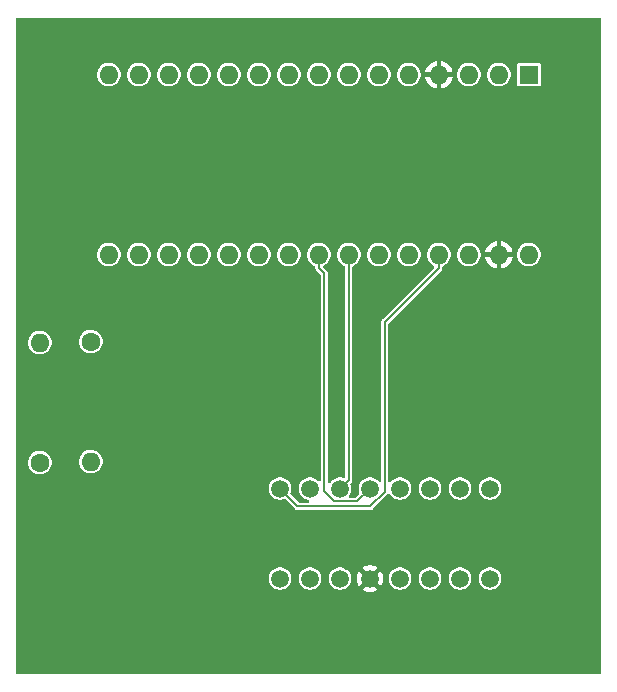
<source format=gbr>
%TF.GenerationSoftware,KiCad,Pcbnew,9.0.0*%
%TF.CreationDate,2025-07-08T22:51:07+02:00*%
%TF.ProjectId,RTC Tester,52544320-5465-4737-9465-722e6b696361,rev?*%
%TF.SameCoordinates,Original*%
%TF.FileFunction,Copper,L2,Bot*%
%TF.FilePolarity,Positive*%
%FSLAX46Y46*%
G04 Gerber Fmt 4.6, Leading zero omitted, Abs format (unit mm)*
G04 Created by KiCad (PCBNEW 9.0.0) date 2025-07-08 22:51:07*
%MOMM*%
%LPD*%
G01*
G04 APERTURE LIST*
%TA.AperFunction,ComponentPad*%
%ADD10C,1.600000*%
%TD*%
%TA.AperFunction,ComponentPad*%
%ADD11O,1.600000X1.600000*%
%TD*%
%TA.AperFunction,ComponentPad*%
%ADD12C,1.498600*%
%TD*%
%TA.AperFunction,ComponentPad*%
%ADD13R,1.600000X1.600000*%
%TD*%
%TA.AperFunction,Conductor*%
%ADD14C,0.200000*%
%TD*%
G04 APERTURE END LIST*
D10*
%TO.P,R1,1*%
%TO.N,+5V*%
X98552000Y-97865700D03*
D11*
%TO.P,R1,2*%
%TO.N,Net-(A1-A4)*%
X98552000Y-87705700D03*
%TD*%
D12*
%TO.P,IC1,*%
%TO.N,*%
X129032000Y-107696000D03*
X131572000Y-107696000D03*
X134112000Y-107696000D03*
X136652000Y-107696000D03*
X129032000Y-100076000D03*
X131572000Y-100076000D03*
X134112000Y-100076000D03*
X136652000Y-100076000D03*
%TO.P,IC1,1,OSCI*%
%TO.N,unconnected-(IC1-OSCI-Pad1)*%
X118872000Y-107696000D03*
%TO.P,IC1,2,OSCO*%
%TO.N,unconnected-(IC1-OSCO-Pad2)*%
X121412000Y-107696000D03*
%TO.P,IC1,3,A0*%
%TO.N,unconnected-(IC1-A0-Pad3)*%
X123952000Y-107696000D03*
%TO.P,IC1,4,VSS*%
%TO.N,GND*%
X126492000Y-107696000D03*
%TO.P,IC1,5,SDA*%
%TO.N,Net-(A1-A4)*%
X126492000Y-100076000D03*
%TO.P,IC1,6,SCL*%
%TO.N,Net-(A1-A5)*%
X123952000Y-100076000D03*
%TO.P,IC1,7,~{INT}*%
%TO.N,unconnected-(IC1-~{INT}-Pad7)*%
X121412000Y-100076000D03*
%TO.P,IC1,8,VDD*%
%TO.N,+5V*%
X118872000Y-100076000D03*
%TD*%
D13*
%TO.P,A1,1,D1/TX*%
%TO.N,unconnected-(A1-D1{slash}TX-Pad1)*%
X139954000Y-65024000D03*
D11*
%TO.P,A1,2,D0/RX*%
%TO.N,unconnected-(A1-D0{slash}RX-Pad2)*%
X137414000Y-65024000D03*
%TO.P,A1,3,~{RESET}*%
%TO.N,unconnected-(A1-~{RESET}-Pad3)*%
X134874001Y-65024000D03*
%TO.P,A1,4,GND*%
%TO.N,GND*%
X132334000Y-65024000D03*
%TO.P,A1,5,D2*%
%TO.N,unconnected-(A1-D2-Pad5)*%
X129794000Y-65024000D03*
%TO.P,A1,6,D3*%
%TO.N,unconnected-(A1-D3-Pad6)*%
X127254000Y-65024000D03*
%TO.P,A1,7,D4*%
%TO.N,unconnected-(A1-D4-Pad7)*%
X124714000Y-65024000D03*
%TO.P,A1,8,D5*%
%TO.N,unconnected-(A1-D5-Pad8)*%
X122173999Y-65024000D03*
%TO.P,A1,9,D6*%
%TO.N,unconnected-(A1-D6-Pad9)*%
X119634000Y-65024000D03*
%TO.P,A1,10,D7*%
%TO.N,unconnected-(A1-D7-Pad10)*%
X117094000Y-65024000D03*
%TO.P,A1,11,D8*%
%TO.N,unconnected-(A1-D8-Pad11)*%
X114554000Y-65024000D03*
%TO.P,A1,12,D9*%
%TO.N,unconnected-(A1-D9-Pad12)*%
X112014001Y-65024000D03*
%TO.P,A1,13,D10*%
%TO.N,unconnected-(A1-D10-Pad13)*%
X109474000Y-65024000D03*
%TO.P,A1,14,D11*%
%TO.N,unconnected-(A1-D11-Pad14)*%
X106934000Y-65024000D03*
%TO.P,A1,15,D12*%
%TO.N,unconnected-(A1-D12-Pad15)*%
X104394000Y-65024000D03*
%TO.P,A1,16,D13*%
%TO.N,unconnected-(A1-D13-Pad16)*%
X104394000Y-80264000D03*
%TO.P,A1,17,3V3*%
%TO.N,unconnected-(A1-3V3-Pad17)*%
X106934000Y-80264000D03*
%TO.P,A1,18,AREF*%
%TO.N,unconnected-(A1-AREF-Pad18)*%
X109474000Y-80264000D03*
%TO.P,A1,19,A0*%
%TO.N,unconnected-(A1-A0-Pad19)*%
X112014000Y-80264000D03*
%TO.P,A1,20,A1*%
%TO.N,unconnected-(A1-A1-Pad20)*%
X114554000Y-80264000D03*
%TO.P,A1,21,A2*%
%TO.N,unconnected-(A1-A2-Pad21)*%
X117094000Y-80264000D03*
%TO.P,A1,22,A3*%
%TO.N,unconnected-(A1-A3-Pad22)*%
X119634000Y-80264000D03*
%TO.P,A1,23,A4*%
%TO.N,Net-(A1-A4)*%
X122174000Y-80264000D03*
%TO.P,A1,24,A5*%
%TO.N,Net-(A1-A5)*%
X124714000Y-80264000D03*
%TO.P,A1,25,A6*%
%TO.N,unconnected-(A1-A6-Pad25)*%
X127254000Y-80264000D03*
%TO.P,A1,26,A7*%
%TO.N,unconnected-(A1-A7-Pad26)*%
X129794000Y-80264000D03*
%TO.P,A1,27,+5V*%
%TO.N,+5V*%
X132334000Y-80264000D03*
%TO.P,A1,28,~{RESET}*%
%TO.N,unconnected-(A1-~{RESET}-Pad28)*%
X134874000Y-80264000D03*
%TO.P,A1,29,GND*%
%TO.N,GND*%
X137414000Y-80264000D03*
%TO.P,A1,30,VIN*%
%TO.N,unconnected-(A1-VIN-Pad30)*%
X139954000Y-80264000D03*
%TD*%
D10*
%TO.P,R2,1*%
%TO.N,Net-(A1-A5)*%
X102870000Y-87630000D03*
D11*
%TO.P,R2,2*%
%TO.N,+5V*%
X102870000Y-97790000D03*
%TD*%
D14*
%TO.N,+5V*%
X120362400Y-101566400D02*
X118872000Y-100076000D01*
X126533900Y-101566400D02*
X120362400Y-101566400D01*
X127762000Y-100338300D02*
X126533900Y-101566400D01*
X127762000Y-85937700D02*
X127762000Y-100338300D01*
X132334000Y-81365700D02*
X127762000Y-85937700D01*
X132334000Y-80264000D02*
X132334000Y-81365700D01*
%TO.N,Net-(A1-A4)*%
X122630500Y-81822200D02*
X122174000Y-81365700D01*
X122630500Y-100296800D02*
X122630500Y-81822200D01*
X123481500Y-101147800D02*
X122630500Y-100296800D01*
X125420200Y-101147800D02*
X123481500Y-101147800D01*
X126492000Y-100076000D02*
X125420200Y-101147800D01*
X122174000Y-80264000D02*
X122174000Y-81365700D01*
%TO.N,Net-(A1-A5)*%
X124714000Y-99314000D02*
X123952000Y-100076000D01*
X124714000Y-80264000D02*
X124714000Y-99314000D01*
%TD*%
%TA.AperFunction,Conductor*%
%TO.N,GND*%
G36*
X145992121Y-60210502D02*
G01*
X146038614Y-60264158D01*
X146050000Y-60316500D01*
X146050000Y-115673500D01*
X146029998Y-115741621D01*
X145976342Y-115788114D01*
X145924000Y-115799500D01*
X96646000Y-115799500D01*
X96577879Y-115779498D01*
X96531386Y-115725842D01*
X96520000Y-115673500D01*
X96520000Y-107602450D01*
X117922200Y-107602450D01*
X117922200Y-107602453D01*
X117922200Y-107789547D01*
X117958700Y-107973047D01*
X118030298Y-108145899D01*
X118134242Y-108301462D01*
X118266538Y-108433758D01*
X118422101Y-108537702D01*
X118594953Y-108609300D01*
X118778453Y-108645800D01*
X118778454Y-108645800D01*
X118965546Y-108645800D01*
X118965547Y-108645800D01*
X119149047Y-108609300D01*
X119321899Y-108537702D01*
X119477462Y-108433758D01*
X119609758Y-108301462D01*
X119713702Y-108145899D01*
X119785300Y-107973047D01*
X119821800Y-107789547D01*
X119821800Y-107602453D01*
X119821799Y-107602450D01*
X120462200Y-107602450D01*
X120462200Y-107602453D01*
X120462200Y-107789547D01*
X120498700Y-107973047D01*
X120570298Y-108145899D01*
X120674242Y-108301462D01*
X120806538Y-108433758D01*
X120962101Y-108537702D01*
X121134953Y-108609300D01*
X121318453Y-108645800D01*
X121318454Y-108645800D01*
X121505546Y-108645800D01*
X121505547Y-108645800D01*
X121689047Y-108609300D01*
X121861899Y-108537702D01*
X122017462Y-108433758D01*
X122149758Y-108301462D01*
X122253702Y-108145899D01*
X122325300Y-107973047D01*
X122361800Y-107789547D01*
X122361800Y-107602453D01*
X122361799Y-107602450D01*
X123002200Y-107602450D01*
X123002200Y-107602453D01*
X123002200Y-107789547D01*
X123038700Y-107973047D01*
X123110298Y-108145899D01*
X123214242Y-108301462D01*
X123346538Y-108433758D01*
X123502101Y-108537702D01*
X123674953Y-108609300D01*
X123858453Y-108645800D01*
X123858454Y-108645800D01*
X124045546Y-108645800D01*
X124045547Y-108645800D01*
X124229047Y-108609300D01*
X124401899Y-108537702D01*
X124557462Y-108433758D01*
X124689758Y-108301462D01*
X124793702Y-108145899D01*
X124865300Y-107973047D01*
X124901800Y-107789547D01*
X124901800Y-107607046D01*
X125361700Y-107607046D01*
X125361700Y-107784953D01*
X125389533Y-107960684D01*
X125444508Y-108129880D01*
X125444511Y-108129886D01*
X125525280Y-108288404D01*
X125525281Y-108288405D01*
X125569425Y-108349165D01*
X126030804Y-107887785D01*
X126095661Y-108000121D01*
X126187879Y-108092339D01*
X126300212Y-108157194D01*
X125838833Y-108618573D01*
X125838833Y-108618574D01*
X125899590Y-108662716D01*
X126058113Y-108743488D01*
X126058119Y-108743491D01*
X126227317Y-108798466D01*
X126227313Y-108798466D01*
X126403046Y-108826300D01*
X126580954Y-108826300D01*
X126756684Y-108798466D01*
X126925880Y-108743491D01*
X126925886Y-108743488D01*
X127084405Y-108662718D01*
X127145165Y-108618573D01*
X127145165Y-108618572D01*
X126683787Y-108157194D01*
X126796121Y-108092339D01*
X126888339Y-108000121D01*
X126953194Y-107887787D01*
X127414572Y-108349165D01*
X127414573Y-108349165D01*
X127458718Y-108288405D01*
X127539488Y-108129886D01*
X127539491Y-108129880D01*
X127594466Y-107960684D01*
X127622300Y-107784953D01*
X127622300Y-107607046D01*
X127621572Y-107602450D01*
X128082200Y-107602450D01*
X128082200Y-107602453D01*
X128082200Y-107789547D01*
X128118700Y-107973047D01*
X128190298Y-108145899D01*
X128294242Y-108301462D01*
X128426538Y-108433758D01*
X128582101Y-108537702D01*
X128754953Y-108609300D01*
X128938453Y-108645800D01*
X128938454Y-108645800D01*
X129125546Y-108645800D01*
X129125547Y-108645800D01*
X129309047Y-108609300D01*
X129481899Y-108537702D01*
X129637462Y-108433758D01*
X129769758Y-108301462D01*
X129873702Y-108145899D01*
X129945300Y-107973047D01*
X129981800Y-107789547D01*
X129981800Y-107602453D01*
X129981799Y-107602450D01*
X130622200Y-107602450D01*
X130622200Y-107602453D01*
X130622200Y-107789547D01*
X130658700Y-107973047D01*
X130730298Y-108145899D01*
X130834242Y-108301462D01*
X130966538Y-108433758D01*
X131122101Y-108537702D01*
X131294953Y-108609300D01*
X131478453Y-108645800D01*
X131478454Y-108645800D01*
X131665546Y-108645800D01*
X131665547Y-108645800D01*
X131849047Y-108609300D01*
X132021899Y-108537702D01*
X132177462Y-108433758D01*
X132309758Y-108301462D01*
X132413702Y-108145899D01*
X132485300Y-107973047D01*
X132521800Y-107789547D01*
X132521800Y-107602453D01*
X132521799Y-107602450D01*
X133162200Y-107602450D01*
X133162200Y-107602453D01*
X133162200Y-107789547D01*
X133198700Y-107973047D01*
X133270298Y-108145899D01*
X133374242Y-108301462D01*
X133506538Y-108433758D01*
X133662101Y-108537702D01*
X133834953Y-108609300D01*
X134018453Y-108645800D01*
X134018454Y-108645800D01*
X134205546Y-108645800D01*
X134205547Y-108645800D01*
X134389047Y-108609300D01*
X134561899Y-108537702D01*
X134717462Y-108433758D01*
X134849758Y-108301462D01*
X134953702Y-108145899D01*
X135025300Y-107973047D01*
X135061800Y-107789547D01*
X135061800Y-107602453D01*
X135061799Y-107602450D01*
X135702200Y-107602450D01*
X135702200Y-107602453D01*
X135702200Y-107789547D01*
X135738700Y-107973047D01*
X135810298Y-108145899D01*
X135914242Y-108301462D01*
X136046538Y-108433758D01*
X136202101Y-108537702D01*
X136374953Y-108609300D01*
X136558453Y-108645800D01*
X136558454Y-108645800D01*
X136745546Y-108645800D01*
X136745547Y-108645800D01*
X136929047Y-108609300D01*
X137101899Y-108537702D01*
X137257462Y-108433758D01*
X137389758Y-108301462D01*
X137493702Y-108145899D01*
X137565300Y-107973047D01*
X137601800Y-107789547D01*
X137601800Y-107602453D01*
X137565300Y-107418953D01*
X137493702Y-107246101D01*
X137389758Y-107090538D01*
X137257462Y-106958242D01*
X137101899Y-106854298D01*
X136929047Y-106782700D01*
X136882413Y-106773424D01*
X136745549Y-106746200D01*
X136745547Y-106746200D01*
X136558453Y-106746200D01*
X136558450Y-106746200D01*
X136374952Y-106782700D01*
X136374947Y-106782702D01*
X136202101Y-106854298D01*
X136046542Y-106958239D01*
X136046535Y-106958244D01*
X135914244Y-107090535D01*
X135914239Y-107090542D01*
X135810298Y-107246101D01*
X135738702Y-107418947D01*
X135738700Y-107418952D01*
X135702200Y-107602450D01*
X135061799Y-107602450D01*
X135025300Y-107418953D01*
X134953702Y-107246101D01*
X134849758Y-107090538D01*
X134717462Y-106958242D01*
X134561899Y-106854298D01*
X134389047Y-106782700D01*
X134342413Y-106773424D01*
X134205549Y-106746200D01*
X134205547Y-106746200D01*
X134018453Y-106746200D01*
X134018450Y-106746200D01*
X133834952Y-106782700D01*
X133834947Y-106782702D01*
X133662101Y-106854298D01*
X133506542Y-106958239D01*
X133506535Y-106958244D01*
X133374244Y-107090535D01*
X133374239Y-107090542D01*
X133270298Y-107246101D01*
X133198702Y-107418947D01*
X133198700Y-107418952D01*
X133162200Y-107602450D01*
X132521799Y-107602450D01*
X132485300Y-107418953D01*
X132413702Y-107246101D01*
X132309758Y-107090538D01*
X132177462Y-106958242D01*
X132021899Y-106854298D01*
X131849047Y-106782700D01*
X131802413Y-106773424D01*
X131665549Y-106746200D01*
X131665547Y-106746200D01*
X131478453Y-106746200D01*
X131478450Y-106746200D01*
X131294952Y-106782700D01*
X131294947Y-106782702D01*
X131122101Y-106854298D01*
X130966542Y-106958239D01*
X130966535Y-106958244D01*
X130834244Y-107090535D01*
X130834239Y-107090542D01*
X130730298Y-107246101D01*
X130658702Y-107418947D01*
X130658700Y-107418952D01*
X130622200Y-107602450D01*
X129981799Y-107602450D01*
X129945300Y-107418953D01*
X129873702Y-107246101D01*
X129769758Y-107090538D01*
X129637462Y-106958242D01*
X129481899Y-106854298D01*
X129309047Y-106782700D01*
X129262413Y-106773424D01*
X129125549Y-106746200D01*
X129125547Y-106746200D01*
X128938453Y-106746200D01*
X128938450Y-106746200D01*
X128754952Y-106782700D01*
X128754947Y-106782702D01*
X128582101Y-106854298D01*
X128426542Y-106958239D01*
X128426535Y-106958244D01*
X128294244Y-107090535D01*
X128294239Y-107090542D01*
X128190298Y-107246101D01*
X128118702Y-107418947D01*
X128118700Y-107418952D01*
X128082200Y-107602450D01*
X127621572Y-107602450D01*
X127594466Y-107431315D01*
X127539491Y-107262119D01*
X127539488Y-107262113D01*
X127458716Y-107103590D01*
X127414574Y-107042833D01*
X127414573Y-107042833D01*
X126953194Y-107504212D01*
X126888339Y-107391879D01*
X126796121Y-107299661D01*
X126683785Y-107234804D01*
X127145165Y-106773425D01*
X127084405Y-106729281D01*
X127084404Y-106729280D01*
X126925886Y-106648511D01*
X126925880Y-106648508D01*
X126756682Y-106593533D01*
X126756686Y-106593533D01*
X126580954Y-106565700D01*
X126403046Y-106565700D01*
X126227315Y-106593533D01*
X126058119Y-106648508D01*
X126058113Y-106648511D01*
X125899590Y-106729283D01*
X125838833Y-106773424D01*
X126300213Y-107234804D01*
X126187879Y-107299661D01*
X126095661Y-107391879D01*
X126030804Y-107504213D01*
X125569424Y-107042833D01*
X125525283Y-107103590D01*
X125444511Y-107262113D01*
X125444508Y-107262119D01*
X125389533Y-107431315D01*
X125361700Y-107607046D01*
X124901800Y-107607046D01*
X124901800Y-107602453D01*
X124865300Y-107418953D01*
X124793702Y-107246101D01*
X124689758Y-107090538D01*
X124557462Y-106958242D01*
X124557458Y-106958239D01*
X124557453Y-106958235D01*
X124509576Y-106926245D01*
X124509524Y-106926211D01*
X124401899Y-106854298D01*
X124229047Y-106782700D01*
X124182413Y-106773424D01*
X124045549Y-106746200D01*
X124045547Y-106746200D01*
X123858453Y-106746200D01*
X123858450Y-106746200D01*
X123674952Y-106782700D01*
X123674947Y-106782702D01*
X123502101Y-106854298D01*
X123346542Y-106958239D01*
X123346535Y-106958244D01*
X123214244Y-107090535D01*
X123214239Y-107090542D01*
X123110298Y-107246101D01*
X123038702Y-107418947D01*
X123038700Y-107418952D01*
X123002200Y-107602450D01*
X122361799Y-107602450D01*
X122325300Y-107418953D01*
X122253702Y-107246101D01*
X122149758Y-107090538D01*
X122017462Y-106958242D01*
X121861899Y-106854298D01*
X121689047Y-106782700D01*
X121642413Y-106773424D01*
X121505549Y-106746200D01*
X121505547Y-106746200D01*
X121318453Y-106746200D01*
X121318450Y-106746200D01*
X121134952Y-106782700D01*
X121134947Y-106782702D01*
X120962101Y-106854298D01*
X120806542Y-106958239D01*
X120806535Y-106958244D01*
X120674244Y-107090535D01*
X120674239Y-107090542D01*
X120570298Y-107246101D01*
X120498702Y-107418947D01*
X120498700Y-107418952D01*
X120462200Y-107602450D01*
X119821799Y-107602450D01*
X119785300Y-107418953D01*
X119713702Y-107246101D01*
X119609758Y-107090538D01*
X119477462Y-106958242D01*
X119321899Y-106854298D01*
X119149047Y-106782700D01*
X119102413Y-106773424D01*
X118965549Y-106746200D01*
X118965547Y-106746200D01*
X118778453Y-106746200D01*
X118778450Y-106746200D01*
X118594952Y-106782700D01*
X118594947Y-106782702D01*
X118422101Y-106854298D01*
X118266542Y-106958239D01*
X118266535Y-106958244D01*
X118134244Y-107090535D01*
X118134239Y-107090542D01*
X118030298Y-107246101D01*
X117958702Y-107418947D01*
X117958700Y-107418952D01*
X117922200Y-107602450D01*
X96520000Y-107602450D01*
X96520000Y-99982450D01*
X117922200Y-99982450D01*
X117922200Y-100169549D01*
X117947897Y-100298738D01*
X117958700Y-100353047D01*
X118030298Y-100525899D01*
X118134242Y-100681462D01*
X118266538Y-100813758D01*
X118422101Y-100917702D01*
X118594953Y-100989300D01*
X118778453Y-101025800D01*
X118778454Y-101025800D01*
X118965546Y-101025800D01*
X118965547Y-101025800D01*
X119149047Y-100989300D01*
X119220663Y-100959634D01*
X119291253Y-100952045D01*
X119354740Y-100983824D01*
X119357977Y-100986948D01*
X120121940Y-101750911D01*
X120177889Y-101806860D01*
X120246411Y-101846421D01*
X120246413Y-101846421D01*
X120246414Y-101846422D01*
X120322834Y-101866899D01*
X120322838Y-101866900D01*
X126573462Y-101866900D01*
X126649889Y-101846421D01*
X126718411Y-101806860D01*
X126774360Y-101750911D01*
X128002460Y-100522811D01*
X128005261Y-100520010D01*
X128067573Y-100485984D01*
X128138388Y-100491049D01*
X128195224Y-100533596D01*
X128199114Y-100539093D01*
X128294242Y-100681462D01*
X128426538Y-100813758D01*
X128582101Y-100917702D01*
X128754953Y-100989300D01*
X128938453Y-101025800D01*
X128938454Y-101025800D01*
X129125546Y-101025800D01*
X129125547Y-101025800D01*
X129309047Y-100989300D01*
X129481899Y-100917702D01*
X129637462Y-100813758D01*
X129769758Y-100681462D01*
X129873702Y-100525899D01*
X129945300Y-100353047D01*
X129981800Y-100169547D01*
X129981800Y-99982453D01*
X129981799Y-99982450D01*
X130622200Y-99982450D01*
X130622200Y-100169549D01*
X130647897Y-100298738D01*
X130658700Y-100353047D01*
X130730298Y-100525899D01*
X130834242Y-100681462D01*
X130966538Y-100813758D01*
X131122101Y-100917702D01*
X131294953Y-100989300D01*
X131478453Y-101025800D01*
X131478454Y-101025800D01*
X131665546Y-101025800D01*
X131665547Y-101025800D01*
X131849047Y-100989300D01*
X132021899Y-100917702D01*
X132177462Y-100813758D01*
X132309758Y-100681462D01*
X132413702Y-100525899D01*
X132485300Y-100353047D01*
X132521800Y-100169547D01*
X132521800Y-99982453D01*
X132521799Y-99982450D01*
X133162200Y-99982450D01*
X133162200Y-100169549D01*
X133187897Y-100298738D01*
X133198700Y-100353047D01*
X133270298Y-100525899D01*
X133374242Y-100681462D01*
X133506538Y-100813758D01*
X133662101Y-100917702D01*
X133834953Y-100989300D01*
X134018453Y-101025800D01*
X134018454Y-101025800D01*
X134205546Y-101025800D01*
X134205547Y-101025800D01*
X134389047Y-100989300D01*
X134561899Y-100917702D01*
X134717462Y-100813758D01*
X134849758Y-100681462D01*
X134953702Y-100525899D01*
X135025300Y-100353047D01*
X135061800Y-100169547D01*
X135061800Y-99982453D01*
X135061799Y-99982450D01*
X135702200Y-99982450D01*
X135702200Y-100169549D01*
X135727897Y-100298738D01*
X135738700Y-100353047D01*
X135810298Y-100525899D01*
X135914242Y-100681462D01*
X136046538Y-100813758D01*
X136202101Y-100917702D01*
X136374953Y-100989300D01*
X136558453Y-101025800D01*
X136558454Y-101025800D01*
X136745546Y-101025800D01*
X136745547Y-101025800D01*
X136929047Y-100989300D01*
X137101899Y-100917702D01*
X137257462Y-100813758D01*
X137389758Y-100681462D01*
X137493702Y-100525899D01*
X137565300Y-100353047D01*
X137601800Y-100169547D01*
X137601800Y-99982453D01*
X137565300Y-99798953D01*
X137493702Y-99626101D01*
X137389758Y-99470538D01*
X137257462Y-99338242D01*
X137101899Y-99234298D01*
X136929047Y-99162700D01*
X136745549Y-99126200D01*
X136745547Y-99126200D01*
X136558453Y-99126200D01*
X136558450Y-99126200D01*
X136374952Y-99162700D01*
X136374947Y-99162702D01*
X136202101Y-99234298D01*
X136046542Y-99338239D01*
X136046535Y-99338244D01*
X135914244Y-99470535D01*
X135914239Y-99470542D01*
X135810298Y-99626101D01*
X135738702Y-99798947D01*
X135738700Y-99798952D01*
X135702200Y-99982450D01*
X135061799Y-99982450D01*
X135025300Y-99798953D01*
X134953702Y-99626101D01*
X134849758Y-99470538D01*
X134717462Y-99338242D01*
X134561899Y-99234298D01*
X134389047Y-99162700D01*
X134205549Y-99126200D01*
X134205547Y-99126200D01*
X134018453Y-99126200D01*
X134018450Y-99126200D01*
X133834952Y-99162700D01*
X133834947Y-99162702D01*
X133662101Y-99234298D01*
X133506542Y-99338239D01*
X133506535Y-99338244D01*
X133374244Y-99470535D01*
X133374239Y-99470542D01*
X133270298Y-99626101D01*
X133198702Y-99798947D01*
X133198700Y-99798952D01*
X133162200Y-99982450D01*
X132521799Y-99982450D01*
X132485300Y-99798953D01*
X132413702Y-99626101D01*
X132309758Y-99470538D01*
X132177462Y-99338242D01*
X132021899Y-99234298D01*
X131849047Y-99162700D01*
X131665549Y-99126200D01*
X131665547Y-99126200D01*
X131478453Y-99126200D01*
X131478450Y-99126200D01*
X131294952Y-99162700D01*
X131294947Y-99162702D01*
X131122101Y-99234298D01*
X130966542Y-99338239D01*
X130966535Y-99338244D01*
X130834244Y-99470535D01*
X130834239Y-99470542D01*
X130730298Y-99626101D01*
X130658702Y-99798947D01*
X130658700Y-99798952D01*
X130622200Y-99982450D01*
X129981799Y-99982450D01*
X129945300Y-99798953D01*
X129873702Y-99626101D01*
X129769758Y-99470538D01*
X129637462Y-99338242D01*
X129481899Y-99234298D01*
X129309047Y-99162700D01*
X129125549Y-99126200D01*
X129125547Y-99126200D01*
X128938453Y-99126200D01*
X128938450Y-99126200D01*
X128754952Y-99162700D01*
X128754947Y-99162702D01*
X128582101Y-99234298D01*
X128426542Y-99338239D01*
X128426535Y-99338244D01*
X128294244Y-99470535D01*
X128294239Y-99470542D01*
X128293265Y-99472000D01*
X128292556Y-99472591D01*
X128290311Y-99475328D01*
X128289792Y-99474902D01*
X128238788Y-99517528D01*
X128168345Y-99526376D01*
X128104301Y-99495734D01*
X128066990Y-99435333D01*
X128062500Y-99401998D01*
X128062500Y-86114361D01*
X128082502Y-86046240D01*
X128099405Y-86025266D01*
X132574454Y-81550217D01*
X132574460Y-81550211D01*
X132590921Y-81521700D01*
X132614021Y-81481689D01*
X132634500Y-81405262D01*
X132634500Y-81306651D01*
X132654502Y-81238530D01*
X132708158Y-81192037D01*
X132712241Y-81190260D01*
X132807914Y-81150632D01*
X132971782Y-81041139D01*
X133111139Y-80901782D01*
X133220632Y-80737914D01*
X133296051Y-80555835D01*
X133334500Y-80362541D01*
X133334500Y-80165459D01*
X133334499Y-80165455D01*
X133873500Y-80165455D01*
X133873500Y-80362544D01*
X133891792Y-80454500D01*
X133911949Y-80555835D01*
X133987368Y-80737914D01*
X134096861Y-80901782D01*
X134236218Y-81041139D01*
X134400086Y-81150632D01*
X134582165Y-81226051D01*
X134775459Y-81264500D01*
X134972541Y-81264500D01*
X135165835Y-81226051D01*
X135347914Y-81150632D01*
X135511782Y-81041139D01*
X135651139Y-80901782D01*
X135760632Y-80737914D01*
X135836051Y-80555835D01*
X135874500Y-80362541D01*
X135874500Y-80165459D01*
X135856208Y-80073500D01*
X136248451Y-80073500D01*
X136947407Y-80073500D01*
X136914000Y-80198174D01*
X136914000Y-80329826D01*
X136947407Y-80454500D01*
X136248451Y-80454500D01*
X136262081Y-80540556D01*
X136319522Y-80717342D01*
X136319525Y-80717348D01*
X136403920Y-80882981D01*
X136513185Y-81033372D01*
X136644627Y-81164814D01*
X136795018Y-81274079D01*
X136960651Y-81358474D01*
X136960657Y-81358477D01*
X137137443Y-81415918D01*
X137223500Y-81429548D01*
X137223500Y-80730593D01*
X137348174Y-80764000D01*
X137479826Y-80764000D01*
X137604500Y-80730593D01*
X137604500Y-81429548D01*
X137690556Y-81415918D01*
X137867342Y-81358477D01*
X137867348Y-81358474D01*
X138032981Y-81274079D01*
X138183372Y-81164814D01*
X138314814Y-81033372D01*
X138424079Y-80882981D01*
X138508474Y-80717348D01*
X138508477Y-80717342D01*
X138565918Y-80540556D01*
X138579549Y-80454500D01*
X137880593Y-80454500D01*
X137914000Y-80329826D01*
X137914000Y-80198174D01*
X137905233Y-80165455D01*
X138953500Y-80165455D01*
X138953500Y-80362544D01*
X138971792Y-80454500D01*
X138991949Y-80555835D01*
X139067368Y-80737914D01*
X139176861Y-80901782D01*
X139316218Y-81041139D01*
X139480086Y-81150632D01*
X139662165Y-81226051D01*
X139855459Y-81264500D01*
X140052541Y-81264500D01*
X140245835Y-81226051D01*
X140427914Y-81150632D01*
X140591782Y-81041139D01*
X140731139Y-80901782D01*
X140840632Y-80737914D01*
X140916051Y-80555835D01*
X140954500Y-80362541D01*
X140954500Y-80165459D01*
X140916051Y-79972165D01*
X140840632Y-79790086D01*
X140731139Y-79626218D01*
X140591782Y-79486861D01*
X140427914Y-79377368D01*
X140393673Y-79363185D01*
X140245838Y-79301950D01*
X140245835Y-79301949D01*
X140052544Y-79263500D01*
X140052541Y-79263500D01*
X139855459Y-79263500D01*
X139855455Y-79263500D01*
X139662164Y-79301949D01*
X139662161Y-79301950D01*
X139480085Y-79377368D01*
X139316222Y-79486858D01*
X139316215Y-79486863D01*
X139176863Y-79626215D01*
X139176858Y-79626222D01*
X139067368Y-79790085D01*
X138991950Y-79972161D01*
X138991949Y-79972164D01*
X138953500Y-80165455D01*
X137905233Y-80165455D01*
X137880593Y-80073500D01*
X138579548Y-80073500D01*
X138565918Y-79987443D01*
X138508477Y-79810657D01*
X138508474Y-79810651D01*
X138424079Y-79645018D01*
X138314814Y-79494627D01*
X138183372Y-79363185D01*
X138032981Y-79253920D01*
X137867348Y-79169525D01*
X137867342Y-79169522D01*
X137690557Y-79112081D01*
X137604500Y-79098450D01*
X137604500Y-79797406D01*
X137479826Y-79764000D01*
X137348174Y-79764000D01*
X137223500Y-79797406D01*
X137223500Y-79098450D01*
X137137442Y-79112081D01*
X136960657Y-79169522D01*
X136960651Y-79169525D01*
X136795018Y-79253920D01*
X136644627Y-79363185D01*
X136513185Y-79494627D01*
X136403920Y-79645018D01*
X136319525Y-79810651D01*
X136319522Y-79810657D01*
X136262081Y-79987443D01*
X136248451Y-80073500D01*
X135856208Y-80073500D01*
X135836051Y-79972165D01*
X135760632Y-79790086D01*
X135651139Y-79626218D01*
X135511782Y-79486861D01*
X135347914Y-79377368D01*
X135313673Y-79363185D01*
X135165838Y-79301950D01*
X135165835Y-79301949D01*
X134972544Y-79263500D01*
X134972541Y-79263500D01*
X134775459Y-79263500D01*
X134775455Y-79263500D01*
X134582164Y-79301949D01*
X134582161Y-79301950D01*
X134400085Y-79377368D01*
X134236222Y-79486858D01*
X134236215Y-79486863D01*
X134096863Y-79626215D01*
X134096858Y-79626222D01*
X133987368Y-79790085D01*
X133911950Y-79972161D01*
X133911949Y-79972164D01*
X133873500Y-80165455D01*
X133334499Y-80165455D01*
X133296051Y-79972165D01*
X133220632Y-79790086D01*
X133111139Y-79626218D01*
X132971782Y-79486861D01*
X132807914Y-79377368D01*
X132773673Y-79363185D01*
X132625838Y-79301950D01*
X132625835Y-79301949D01*
X132432544Y-79263500D01*
X132432541Y-79263500D01*
X132235459Y-79263500D01*
X132235455Y-79263500D01*
X132042164Y-79301949D01*
X132042161Y-79301950D01*
X131860085Y-79377368D01*
X131696222Y-79486858D01*
X131696215Y-79486863D01*
X131556863Y-79626215D01*
X131556858Y-79626222D01*
X131447368Y-79790085D01*
X131371950Y-79972161D01*
X131371949Y-79972164D01*
X131333500Y-80165455D01*
X131333500Y-80362544D01*
X131351792Y-80454500D01*
X131371949Y-80555835D01*
X131447368Y-80737914D01*
X131556861Y-80901782D01*
X131696218Y-81041139D01*
X131860086Y-81150632D01*
X131872553Y-81155795D01*
X131927833Y-81200343D01*
X131950254Y-81267706D01*
X131932696Y-81336498D01*
X131913429Y-81361299D01*
X127577489Y-85697240D01*
X127549515Y-85725214D01*
X127521541Y-85753187D01*
X127521539Y-85753190D01*
X127481977Y-85821714D01*
X127461500Y-85898134D01*
X127461500Y-99401998D01*
X127441498Y-99470119D01*
X127387842Y-99516612D01*
X127317568Y-99526716D01*
X127252988Y-99497222D01*
X127230735Y-99472000D01*
X127230272Y-99471308D01*
X127229758Y-99470538D01*
X127097462Y-99338242D01*
X126941899Y-99234298D01*
X126769047Y-99162700D01*
X126585549Y-99126200D01*
X126585547Y-99126200D01*
X126398453Y-99126200D01*
X126398450Y-99126200D01*
X126214952Y-99162700D01*
X126214947Y-99162702D01*
X126042101Y-99234298D01*
X125886542Y-99338239D01*
X125886535Y-99338244D01*
X125754244Y-99470535D01*
X125754239Y-99470542D01*
X125650298Y-99626101D01*
X125578702Y-99798947D01*
X125578700Y-99798952D01*
X125542200Y-99982450D01*
X125542200Y-100169549D01*
X125578700Y-100353047D01*
X125578702Y-100353052D01*
X125608364Y-100424663D01*
X125615953Y-100495253D01*
X125584174Y-100558740D01*
X125581051Y-100561976D01*
X125332634Y-100810395D01*
X125270322Y-100844420D01*
X125243538Y-100847300D01*
X124814678Y-100847300D01*
X124746557Y-100827298D01*
X124700064Y-100773642D01*
X124689960Y-100703368D01*
X124709913Y-100651298D01*
X124711636Y-100648719D01*
X124793702Y-100525899D01*
X124865300Y-100353047D01*
X124901800Y-100169547D01*
X124901800Y-99982453D01*
X124865300Y-99798953D01*
X124835633Y-99727333D01*
X124828045Y-99656746D01*
X124859824Y-99593259D01*
X124862909Y-99590060D01*
X124954460Y-99498511D01*
X124994022Y-99429988D01*
X125014500Y-99353562D01*
X125014500Y-99274438D01*
X125014500Y-81306651D01*
X125034502Y-81238530D01*
X125088158Y-81192037D01*
X125092241Y-81190260D01*
X125187914Y-81150632D01*
X125351782Y-81041139D01*
X125491139Y-80901782D01*
X125600632Y-80737914D01*
X125676051Y-80555835D01*
X125714500Y-80362541D01*
X125714500Y-80165459D01*
X125714499Y-80165455D01*
X126253500Y-80165455D01*
X126253500Y-80362544D01*
X126271792Y-80454500D01*
X126291949Y-80555835D01*
X126367368Y-80737914D01*
X126476861Y-80901782D01*
X126616218Y-81041139D01*
X126780086Y-81150632D01*
X126962165Y-81226051D01*
X127155459Y-81264500D01*
X127352541Y-81264500D01*
X127545835Y-81226051D01*
X127727914Y-81150632D01*
X127891782Y-81041139D01*
X128031139Y-80901782D01*
X128140632Y-80737914D01*
X128216051Y-80555835D01*
X128254500Y-80362541D01*
X128254500Y-80165459D01*
X128254499Y-80165455D01*
X128793500Y-80165455D01*
X128793500Y-80362544D01*
X128811792Y-80454500D01*
X128831949Y-80555835D01*
X128907368Y-80737914D01*
X129016861Y-80901782D01*
X129156218Y-81041139D01*
X129320086Y-81150632D01*
X129502165Y-81226051D01*
X129695459Y-81264500D01*
X129892541Y-81264500D01*
X130085835Y-81226051D01*
X130267914Y-81150632D01*
X130431782Y-81041139D01*
X130571139Y-80901782D01*
X130680632Y-80737914D01*
X130756051Y-80555835D01*
X130794500Y-80362541D01*
X130794500Y-80165459D01*
X130756051Y-79972165D01*
X130680632Y-79790086D01*
X130571139Y-79626218D01*
X130431782Y-79486861D01*
X130267914Y-79377368D01*
X130233673Y-79363185D01*
X130085838Y-79301950D01*
X130085835Y-79301949D01*
X129892544Y-79263500D01*
X129892541Y-79263500D01*
X129695459Y-79263500D01*
X129695455Y-79263500D01*
X129502164Y-79301949D01*
X129502161Y-79301950D01*
X129320085Y-79377368D01*
X129156222Y-79486858D01*
X129156215Y-79486863D01*
X129016863Y-79626215D01*
X129016858Y-79626222D01*
X128907368Y-79790085D01*
X128831950Y-79972161D01*
X128831949Y-79972164D01*
X128793500Y-80165455D01*
X128254499Y-80165455D01*
X128216051Y-79972165D01*
X128140632Y-79790086D01*
X128031139Y-79626218D01*
X127891782Y-79486861D01*
X127727914Y-79377368D01*
X127693673Y-79363185D01*
X127545838Y-79301950D01*
X127545835Y-79301949D01*
X127352544Y-79263500D01*
X127352541Y-79263500D01*
X127155459Y-79263500D01*
X127155455Y-79263500D01*
X126962164Y-79301949D01*
X126962161Y-79301950D01*
X126780085Y-79377368D01*
X126616222Y-79486858D01*
X126616215Y-79486863D01*
X126476863Y-79626215D01*
X126476858Y-79626222D01*
X126367368Y-79790085D01*
X126291950Y-79972161D01*
X126291949Y-79972164D01*
X126253500Y-80165455D01*
X125714499Y-80165455D01*
X125676051Y-79972165D01*
X125600632Y-79790086D01*
X125491139Y-79626218D01*
X125351782Y-79486861D01*
X125187914Y-79377368D01*
X125153673Y-79363185D01*
X125005838Y-79301950D01*
X125005835Y-79301949D01*
X124812544Y-79263500D01*
X124812541Y-79263500D01*
X124615459Y-79263500D01*
X124615455Y-79263500D01*
X124422164Y-79301949D01*
X124422161Y-79301950D01*
X124240085Y-79377368D01*
X124076222Y-79486858D01*
X124076215Y-79486863D01*
X123936863Y-79626215D01*
X123936858Y-79626222D01*
X123827368Y-79790085D01*
X123751950Y-79972161D01*
X123751949Y-79972164D01*
X123713500Y-80165455D01*
X123713500Y-80362544D01*
X123731792Y-80454500D01*
X123751949Y-80555835D01*
X123827368Y-80737914D01*
X123936861Y-80901782D01*
X124076218Y-81041139D01*
X124240086Y-81150632D01*
X124335719Y-81190243D01*
X124390998Y-81234789D01*
X124413420Y-81302152D01*
X124413500Y-81306651D01*
X124413500Y-99050530D01*
X124393498Y-99118651D01*
X124339842Y-99165144D01*
X124269568Y-99175248D01*
X124239284Y-99166940D01*
X124229052Y-99162702D01*
X124229047Y-99162700D01*
X124045549Y-99126200D01*
X124045547Y-99126200D01*
X123858453Y-99126200D01*
X123858450Y-99126200D01*
X123674952Y-99162700D01*
X123674947Y-99162702D01*
X123502101Y-99234298D01*
X123346542Y-99338239D01*
X123346535Y-99338244D01*
X123214244Y-99470535D01*
X123214239Y-99470542D01*
X123161765Y-99549075D01*
X123107288Y-99594603D01*
X123036845Y-99603451D01*
X122972801Y-99572809D01*
X122935489Y-99512408D01*
X122931000Y-99479073D01*
X122931000Y-81782638D01*
X122930999Y-81782634D01*
X122910522Y-81706214D01*
X122910521Y-81706213D01*
X122910521Y-81706211D01*
X122870960Y-81637689D01*
X122815011Y-81581740D01*
X122594570Y-81361299D01*
X122560544Y-81298987D01*
X122565609Y-81228172D01*
X122608156Y-81171336D01*
X122635442Y-81155797D01*
X122647914Y-81150632D01*
X122811782Y-81041139D01*
X122951139Y-80901782D01*
X123060632Y-80737914D01*
X123136051Y-80555835D01*
X123174500Y-80362541D01*
X123174500Y-80165459D01*
X123136051Y-79972165D01*
X123060632Y-79790086D01*
X122951139Y-79626218D01*
X122811782Y-79486861D01*
X122647914Y-79377368D01*
X122613673Y-79363185D01*
X122465838Y-79301950D01*
X122465835Y-79301949D01*
X122272544Y-79263500D01*
X122272541Y-79263500D01*
X122075459Y-79263500D01*
X122075455Y-79263500D01*
X121882164Y-79301949D01*
X121882161Y-79301950D01*
X121700085Y-79377368D01*
X121536222Y-79486858D01*
X121536215Y-79486863D01*
X121396863Y-79626215D01*
X121396858Y-79626222D01*
X121287368Y-79790085D01*
X121211950Y-79972161D01*
X121211949Y-79972164D01*
X121173500Y-80165455D01*
X121173500Y-80362544D01*
X121191792Y-80454500D01*
X121211949Y-80555835D01*
X121287368Y-80737914D01*
X121396861Y-80901782D01*
X121536218Y-81041139D01*
X121700086Y-81150632D01*
X121795719Y-81190243D01*
X121850998Y-81234789D01*
X121873420Y-81302152D01*
X121873500Y-81306651D01*
X121873500Y-81405265D01*
X121893978Y-81481687D01*
X121893979Y-81481689D01*
X121917079Y-81521700D01*
X121933537Y-81550207D01*
X121933539Y-81550209D01*
X121933540Y-81550211D01*
X122293096Y-81909767D01*
X122327120Y-81972078D01*
X122330000Y-81998861D01*
X122330000Y-99346590D01*
X122309998Y-99414711D01*
X122256342Y-99461204D01*
X122186068Y-99471308D01*
X122121488Y-99441814D01*
X122114905Y-99435685D01*
X122017464Y-99338244D01*
X122017462Y-99338242D01*
X121861899Y-99234298D01*
X121689047Y-99162700D01*
X121505549Y-99126200D01*
X121505547Y-99126200D01*
X121318453Y-99126200D01*
X121318450Y-99126200D01*
X121134952Y-99162700D01*
X121134947Y-99162702D01*
X120962101Y-99234298D01*
X120806542Y-99338239D01*
X120806535Y-99338244D01*
X120674244Y-99470535D01*
X120674239Y-99470542D01*
X120570298Y-99626101D01*
X120498702Y-99798947D01*
X120498700Y-99798952D01*
X120462200Y-99982450D01*
X120462200Y-100169549D01*
X120487897Y-100298738D01*
X120498700Y-100353047D01*
X120570298Y-100525899D01*
X120674242Y-100681462D01*
X120806538Y-100813758D01*
X120962101Y-100917702D01*
X121134953Y-100989300D01*
X121238583Y-101009913D01*
X121270798Y-101016321D01*
X121333707Y-101049229D01*
X121368839Y-101110924D01*
X121365039Y-101181819D01*
X121323513Y-101239405D01*
X121257446Y-101265399D01*
X121246216Y-101265900D01*
X120539061Y-101265900D01*
X120470940Y-101245898D01*
X120449966Y-101228995D01*
X119782948Y-100561977D01*
X119748922Y-100499665D01*
X119753987Y-100428850D01*
X119755635Y-100424663D01*
X119785300Y-100353047D01*
X119821800Y-100169547D01*
X119821800Y-99982453D01*
X119785300Y-99798953D01*
X119713702Y-99626101D01*
X119609758Y-99470538D01*
X119477462Y-99338242D01*
X119321899Y-99234298D01*
X119149047Y-99162700D01*
X118965549Y-99126200D01*
X118965547Y-99126200D01*
X118778453Y-99126200D01*
X118778450Y-99126200D01*
X118594952Y-99162700D01*
X118594947Y-99162702D01*
X118422101Y-99234298D01*
X118266542Y-99338239D01*
X118266535Y-99338244D01*
X118134244Y-99470535D01*
X118134239Y-99470542D01*
X118030298Y-99626101D01*
X117958702Y-99798947D01*
X117958700Y-99798952D01*
X117922200Y-99982450D01*
X96520000Y-99982450D01*
X96520000Y-97767155D01*
X97551500Y-97767155D01*
X97551500Y-97964244D01*
X97574891Y-98081835D01*
X97589949Y-98157535D01*
X97665368Y-98339614D01*
X97774861Y-98503482D01*
X97914218Y-98642839D01*
X98078086Y-98752332D01*
X98260165Y-98827751D01*
X98453459Y-98866200D01*
X98650541Y-98866200D01*
X98843835Y-98827751D01*
X99025914Y-98752332D01*
X99189782Y-98642839D01*
X99329139Y-98503482D01*
X99438632Y-98339614D01*
X99514051Y-98157535D01*
X99552500Y-97964241D01*
X99552500Y-97767159D01*
X99537441Y-97691455D01*
X101869500Y-97691455D01*
X101869500Y-97888544D01*
X101884558Y-97964244D01*
X101907949Y-98081835D01*
X101983368Y-98263914D01*
X102092861Y-98427782D01*
X102232218Y-98567139D01*
X102396086Y-98676632D01*
X102578165Y-98752051D01*
X102771459Y-98790500D01*
X102968541Y-98790500D01*
X103161835Y-98752051D01*
X103343914Y-98676632D01*
X103507782Y-98567139D01*
X103647139Y-98427782D01*
X103756632Y-98263914D01*
X103832051Y-98081835D01*
X103870500Y-97888541D01*
X103870500Y-97691459D01*
X103832051Y-97498165D01*
X103756632Y-97316086D01*
X103647139Y-97152218D01*
X103507782Y-97012861D01*
X103343914Y-96903368D01*
X103251768Y-96865200D01*
X103161838Y-96827950D01*
X103161835Y-96827949D01*
X102968544Y-96789500D01*
X102968541Y-96789500D01*
X102771459Y-96789500D01*
X102771455Y-96789500D01*
X102578164Y-96827949D01*
X102578161Y-96827950D01*
X102396085Y-96903368D01*
X102232222Y-97012858D01*
X102232215Y-97012863D01*
X102092863Y-97152215D01*
X102092858Y-97152222D01*
X101983368Y-97316085D01*
X101907950Y-97498161D01*
X101907949Y-97498164D01*
X101869500Y-97691455D01*
X99537441Y-97691455D01*
X99532117Y-97664692D01*
X99514051Y-97573865D01*
X99438632Y-97391786D01*
X99329139Y-97227918D01*
X99189782Y-97088561D01*
X99025914Y-96979068D01*
X98843838Y-96903650D01*
X98843835Y-96903649D01*
X98650544Y-96865200D01*
X98650541Y-96865200D01*
X98453459Y-96865200D01*
X98453455Y-96865200D01*
X98260164Y-96903649D01*
X98260161Y-96903650D01*
X98078085Y-96979068D01*
X97914222Y-97088558D01*
X97914215Y-97088563D01*
X97774863Y-97227915D01*
X97774858Y-97227922D01*
X97665368Y-97391785D01*
X97589950Y-97573861D01*
X97589949Y-97573864D01*
X97551500Y-97767155D01*
X96520000Y-97767155D01*
X96520000Y-87607155D01*
X97551500Y-87607155D01*
X97551500Y-87804244D01*
X97574891Y-87921835D01*
X97589949Y-87997535D01*
X97665368Y-88179614D01*
X97774861Y-88343482D01*
X97914218Y-88482839D01*
X98078086Y-88592332D01*
X98260165Y-88667751D01*
X98453459Y-88706200D01*
X98650541Y-88706200D01*
X98843835Y-88667751D01*
X99025914Y-88592332D01*
X99189782Y-88482839D01*
X99329139Y-88343482D01*
X99438632Y-88179614D01*
X99514051Y-87997535D01*
X99552500Y-87804241D01*
X99552500Y-87607159D01*
X99537441Y-87531455D01*
X101869500Y-87531455D01*
X101869500Y-87728544D01*
X101884558Y-87804244D01*
X101907949Y-87921835D01*
X101983368Y-88103914D01*
X102092861Y-88267782D01*
X102232218Y-88407139D01*
X102396086Y-88516632D01*
X102578165Y-88592051D01*
X102771459Y-88630500D01*
X102968541Y-88630500D01*
X103161835Y-88592051D01*
X103343914Y-88516632D01*
X103507782Y-88407139D01*
X103647139Y-88267782D01*
X103756632Y-88103914D01*
X103832051Y-87921835D01*
X103870500Y-87728541D01*
X103870500Y-87531459D01*
X103832051Y-87338165D01*
X103756632Y-87156086D01*
X103647139Y-86992218D01*
X103507782Y-86852861D01*
X103343914Y-86743368D01*
X103251768Y-86705200D01*
X103161838Y-86667950D01*
X103161835Y-86667949D01*
X102968544Y-86629500D01*
X102968541Y-86629500D01*
X102771459Y-86629500D01*
X102771455Y-86629500D01*
X102578164Y-86667949D01*
X102578161Y-86667950D01*
X102396085Y-86743368D01*
X102232222Y-86852858D01*
X102232215Y-86852863D01*
X102092863Y-86992215D01*
X102092858Y-86992222D01*
X101983368Y-87156085D01*
X101907950Y-87338161D01*
X101907949Y-87338164D01*
X101869500Y-87531455D01*
X99537441Y-87531455D01*
X99532117Y-87504692D01*
X99514051Y-87413865D01*
X99438632Y-87231786D01*
X99329139Y-87067918D01*
X99189782Y-86928561D01*
X99025914Y-86819068D01*
X98843838Y-86743650D01*
X98843835Y-86743649D01*
X98650544Y-86705200D01*
X98650541Y-86705200D01*
X98453459Y-86705200D01*
X98453455Y-86705200D01*
X98260164Y-86743649D01*
X98260161Y-86743650D01*
X98078085Y-86819068D01*
X97914222Y-86928558D01*
X97914215Y-86928563D01*
X97774863Y-87067915D01*
X97774858Y-87067922D01*
X97665368Y-87231785D01*
X97589950Y-87413861D01*
X97589949Y-87413864D01*
X97551500Y-87607155D01*
X96520000Y-87607155D01*
X96520000Y-80165455D01*
X103393500Y-80165455D01*
X103393500Y-80362544D01*
X103411792Y-80454500D01*
X103431949Y-80555835D01*
X103507368Y-80737914D01*
X103616861Y-80901782D01*
X103756218Y-81041139D01*
X103920086Y-81150632D01*
X104102165Y-81226051D01*
X104295459Y-81264500D01*
X104492541Y-81264500D01*
X104685835Y-81226051D01*
X104867914Y-81150632D01*
X105031782Y-81041139D01*
X105171139Y-80901782D01*
X105280632Y-80737914D01*
X105356051Y-80555835D01*
X105394500Y-80362541D01*
X105394500Y-80165459D01*
X105394499Y-80165455D01*
X105933500Y-80165455D01*
X105933500Y-80362544D01*
X105951792Y-80454500D01*
X105971949Y-80555835D01*
X106047368Y-80737914D01*
X106156861Y-80901782D01*
X106296218Y-81041139D01*
X106460086Y-81150632D01*
X106642165Y-81226051D01*
X106835459Y-81264500D01*
X107032541Y-81264500D01*
X107225835Y-81226051D01*
X107407914Y-81150632D01*
X107571782Y-81041139D01*
X107711139Y-80901782D01*
X107820632Y-80737914D01*
X107896051Y-80555835D01*
X107934500Y-80362541D01*
X107934500Y-80165459D01*
X107934499Y-80165455D01*
X108473500Y-80165455D01*
X108473500Y-80362544D01*
X108491792Y-80454500D01*
X108511949Y-80555835D01*
X108587368Y-80737914D01*
X108696861Y-80901782D01*
X108836218Y-81041139D01*
X109000086Y-81150632D01*
X109182165Y-81226051D01*
X109375459Y-81264500D01*
X109572541Y-81264500D01*
X109765835Y-81226051D01*
X109947914Y-81150632D01*
X110111782Y-81041139D01*
X110251139Y-80901782D01*
X110360632Y-80737914D01*
X110436051Y-80555835D01*
X110474500Y-80362541D01*
X110474500Y-80165459D01*
X110474499Y-80165455D01*
X111013500Y-80165455D01*
X111013500Y-80362544D01*
X111031792Y-80454500D01*
X111051949Y-80555835D01*
X111127368Y-80737914D01*
X111236861Y-80901782D01*
X111376218Y-81041139D01*
X111540086Y-81150632D01*
X111722165Y-81226051D01*
X111915459Y-81264500D01*
X112112541Y-81264500D01*
X112305835Y-81226051D01*
X112487914Y-81150632D01*
X112651782Y-81041139D01*
X112791139Y-80901782D01*
X112900632Y-80737914D01*
X112976051Y-80555835D01*
X113014500Y-80362541D01*
X113014500Y-80165459D01*
X113014499Y-80165455D01*
X113553500Y-80165455D01*
X113553500Y-80362544D01*
X113571792Y-80454500D01*
X113591949Y-80555835D01*
X113667368Y-80737914D01*
X113776861Y-80901782D01*
X113916218Y-81041139D01*
X114080086Y-81150632D01*
X114262165Y-81226051D01*
X114455459Y-81264500D01*
X114652541Y-81264500D01*
X114845835Y-81226051D01*
X115027914Y-81150632D01*
X115191782Y-81041139D01*
X115331139Y-80901782D01*
X115440632Y-80737914D01*
X115516051Y-80555835D01*
X115554500Y-80362541D01*
X115554500Y-80165459D01*
X115554499Y-80165455D01*
X116093500Y-80165455D01*
X116093500Y-80362544D01*
X116111792Y-80454500D01*
X116131949Y-80555835D01*
X116207368Y-80737914D01*
X116316861Y-80901782D01*
X116456218Y-81041139D01*
X116620086Y-81150632D01*
X116802165Y-81226051D01*
X116995459Y-81264500D01*
X117192541Y-81264500D01*
X117385835Y-81226051D01*
X117567914Y-81150632D01*
X117731782Y-81041139D01*
X117871139Y-80901782D01*
X117980632Y-80737914D01*
X118056051Y-80555835D01*
X118094500Y-80362541D01*
X118094500Y-80165459D01*
X118094499Y-80165455D01*
X118633500Y-80165455D01*
X118633500Y-80362544D01*
X118651792Y-80454500D01*
X118671949Y-80555835D01*
X118747368Y-80737914D01*
X118856861Y-80901782D01*
X118996218Y-81041139D01*
X119160086Y-81150632D01*
X119342165Y-81226051D01*
X119535459Y-81264500D01*
X119732541Y-81264500D01*
X119925835Y-81226051D01*
X120107914Y-81150632D01*
X120271782Y-81041139D01*
X120411139Y-80901782D01*
X120520632Y-80737914D01*
X120596051Y-80555835D01*
X120634500Y-80362541D01*
X120634500Y-80165459D01*
X120596051Y-79972165D01*
X120520632Y-79790086D01*
X120411139Y-79626218D01*
X120271782Y-79486861D01*
X120107914Y-79377368D01*
X120073673Y-79363185D01*
X119925838Y-79301950D01*
X119925835Y-79301949D01*
X119732544Y-79263500D01*
X119732541Y-79263500D01*
X119535459Y-79263500D01*
X119535455Y-79263500D01*
X119342164Y-79301949D01*
X119342161Y-79301950D01*
X119160085Y-79377368D01*
X118996222Y-79486858D01*
X118996215Y-79486863D01*
X118856863Y-79626215D01*
X118856858Y-79626222D01*
X118747368Y-79790085D01*
X118671950Y-79972161D01*
X118671949Y-79972164D01*
X118633500Y-80165455D01*
X118094499Y-80165455D01*
X118056051Y-79972165D01*
X117980632Y-79790086D01*
X117871139Y-79626218D01*
X117731782Y-79486861D01*
X117567914Y-79377368D01*
X117533673Y-79363185D01*
X117385838Y-79301950D01*
X117385835Y-79301949D01*
X117192544Y-79263500D01*
X117192541Y-79263500D01*
X116995459Y-79263500D01*
X116995455Y-79263500D01*
X116802164Y-79301949D01*
X116802161Y-79301950D01*
X116620085Y-79377368D01*
X116456222Y-79486858D01*
X116456215Y-79486863D01*
X116316863Y-79626215D01*
X116316858Y-79626222D01*
X116207368Y-79790085D01*
X116131950Y-79972161D01*
X116131949Y-79972164D01*
X116093500Y-80165455D01*
X115554499Y-80165455D01*
X115516051Y-79972165D01*
X115440632Y-79790086D01*
X115331139Y-79626218D01*
X115191782Y-79486861D01*
X115027914Y-79377368D01*
X114993673Y-79363185D01*
X114845838Y-79301950D01*
X114845835Y-79301949D01*
X114652544Y-79263500D01*
X114652541Y-79263500D01*
X114455459Y-79263500D01*
X114455455Y-79263500D01*
X114262164Y-79301949D01*
X114262161Y-79301950D01*
X114080085Y-79377368D01*
X113916222Y-79486858D01*
X113916215Y-79486863D01*
X113776863Y-79626215D01*
X113776858Y-79626222D01*
X113667368Y-79790085D01*
X113591950Y-79972161D01*
X113591949Y-79972164D01*
X113553500Y-80165455D01*
X113014499Y-80165455D01*
X112976051Y-79972165D01*
X112900632Y-79790086D01*
X112791139Y-79626218D01*
X112651782Y-79486861D01*
X112487914Y-79377368D01*
X112453673Y-79363185D01*
X112305838Y-79301950D01*
X112305835Y-79301949D01*
X112112544Y-79263500D01*
X112112541Y-79263500D01*
X111915459Y-79263500D01*
X111915455Y-79263500D01*
X111722164Y-79301949D01*
X111722161Y-79301950D01*
X111540085Y-79377368D01*
X111376222Y-79486858D01*
X111376215Y-79486863D01*
X111236863Y-79626215D01*
X111236858Y-79626222D01*
X111127368Y-79790085D01*
X111051950Y-79972161D01*
X111051949Y-79972164D01*
X111013500Y-80165455D01*
X110474499Y-80165455D01*
X110436051Y-79972165D01*
X110360632Y-79790086D01*
X110251139Y-79626218D01*
X110111782Y-79486861D01*
X109947914Y-79377368D01*
X109913673Y-79363185D01*
X109765838Y-79301950D01*
X109765835Y-79301949D01*
X109572544Y-79263500D01*
X109572541Y-79263500D01*
X109375459Y-79263500D01*
X109375455Y-79263500D01*
X109182164Y-79301949D01*
X109182161Y-79301950D01*
X109000085Y-79377368D01*
X108836222Y-79486858D01*
X108836215Y-79486863D01*
X108696863Y-79626215D01*
X108696858Y-79626222D01*
X108587368Y-79790085D01*
X108511950Y-79972161D01*
X108511949Y-79972164D01*
X108473500Y-80165455D01*
X107934499Y-80165455D01*
X107896051Y-79972165D01*
X107820632Y-79790086D01*
X107711139Y-79626218D01*
X107571782Y-79486861D01*
X107407914Y-79377368D01*
X107373673Y-79363185D01*
X107225838Y-79301950D01*
X107225835Y-79301949D01*
X107032544Y-79263500D01*
X107032541Y-79263500D01*
X106835459Y-79263500D01*
X106835455Y-79263500D01*
X106642164Y-79301949D01*
X106642161Y-79301950D01*
X106460085Y-79377368D01*
X106296222Y-79486858D01*
X106296215Y-79486863D01*
X106156863Y-79626215D01*
X106156858Y-79626222D01*
X106047368Y-79790085D01*
X105971950Y-79972161D01*
X105971949Y-79972164D01*
X105933500Y-80165455D01*
X105394499Y-80165455D01*
X105356051Y-79972165D01*
X105280632Y-79790086D01*
X105171139Y-79626218D01*
X105031782Y-79486861D01*
X104867914Y-79377368D01*
X104833673Y-79363185D01*
X104685838Y-79301950D01*
X104685835Y-79301949D01*
X104492544Y-79263500D01*
X104492541Y-79263500D01*
X104295459Y-79263500D01*
X104295455Y-79263500D01*
X104102164Y-79301949D01*
X104102161Y-79301950D01*
X103920085Y-79377368D01*
X103756222Y-79486858D01*
X103756215Y-79486863D01*
X103616863Y-79626215D01*
X103616858Y-79626222D01*
X103507368Y-79790085D01*
X103431950Y-79972161D01*
X103431949Y-79972164D01*
X103393500Y-80165455D01*
X96520000Y-80165455D01*
X96520000Y-64925455D01*
X103393500Y-64925455D01*
X103393500Y-65122544D01*
X103411792Y-65214500D01*
X103431949Y-65315835D01*
X103507368Y-65497914D01*
X103616861Y-65661782D01*
X103756218Y-65801139D01*
X103920086Y-65910632D01*
X104102165Y-65986051D01*
X104295459Y-66024500D01*
X104492541Y-66024500D01*
X104685835Y-65986051D01*
X104867914Y-65910632D01*
X105031782Y-65801139D01*
X105171139Y-65661782D01*
X105280632Y-65497914D01*
X105356051Y-65315835D01*
X105394500Y-65122541D01*
X105394500Y-64925459D01*
X105394499Y-64925455D01*
X105933500Y-64925455D01*
X105933500Y-65122544D01*
X105951792Y-65214500D01*
X105971949Y-65315835D01*
X106047368Y-65497914D01*
X106156861Y-65661782D01*
X106296218Y-65801139D01*
X106460086Y-65910632D01*
X106642165Y-65986051D01*
X106835459Y-66024500D01*
X107032541Y-66024500D01*
X107225835Y-65986051D01*
X107407914Y-65910632D01*
X107571782Y-65801139D01*
X107711139Y-65661782D01*
X107820632Y-65497914D01*
X107896051Y-65315835D01*
X107934500Y-65122541D01*
X107934500Y-64925459D01*
X107934499Y-64925455D01*
X108473500Y-64925455D01*
X108473500Y-65122544D01*
X108491792Y-65214500D01*
X108511949Y-65315835D01*
X108587368Y-65497914D01*
X108696861Y-65661782D01*
X108836218Y-65801139D01*
X109000086Y-65910632D01*
X109182165Y-65986051D01*
X109375459Y-66024500D01*
X109572541Y-66024500D01*
X109765835Y-65986051D01*
X109947914Y-65910632D01*
X110111782Y-65801139D01*
X110251139Y-65661782D01*
X110360632Y-65497914D01*
X110436051Y-65315835D01*
X110474500Y-65122541D01*
X110474500Y-64925459D01*
X110474499Y-64925455D01*
X111013501Y-64925455D01*
X111013501Y-65122544D01*
X111031793Y-65214500D01*
X111051950Y-65315835D01*
X111127369Y-65497914D01*
X111236862Y-65661782D01*
X111376219Y-65801139D01*
X111540087Y-65910632D01*
X111722166Y-65986051D01*
X111915460Y-66024500D01*
X112112542Y-66024500D01*
X112305836Y-65986051D01*
X112487915Y-65910632D01*
X112651783Y-65801139D01*
X112791140Y-65661782D01*
X112900633Y-65497914D01*
X112976052Y-65315835D01*
X113014501Y-65122541D01*
X113014501Y-64925459D01*
X113014500Y-64925455D01*
X113553500Y-64925455D01*
X113553500Y-65122544D01*
X113571792Y-65214500D01*
X113591949Y-65315835D01*
X113667368Y-65497914D01*
X113776861Y-65661782D01*
X113916218Y-65801139D01*
X114080086Y-65910632D01*
X114262165Y-65986051D01*
X114455459Y-66024500D01*
X114652541Y-66024500D01*
X114845835Y-65986051D01*
X115027914Y-65910632D01*
X115191782Y-65801139D01*
X115331139Y-65661782D01*
X115440632Y-65497914D01*
X115516051Y-65315835D01*
X115554500Y-65122541D01*
X115554500Y-64925459D01*
X115554499Y-64925455D01*
X116093500Y-64925455D01*
X116093500Y-65122544D01*
X116111792Y-65214500D01*
X116131949Y-65315835D01*
X116207368Y-65497914D01*
X116316861Y-65661782D01*
X116456218Y-65801139D01*
X116620086Y-65910632D01*
X116802165Y-65986051D01*
X116995459Y-66024500D01*
X117192541Y-66024500D01*
X117385835Y-65986051D01*
X117567914Y-65910632D01*
X117731782Y-65801139D01*
X117871139Y-65661782D01*
X117980632Y-65497914D01*
X118056051Y-65315835D01*
X118094500Y-65122541D01*
X118094500Y-64925459D01*
X118094499Y-64925455D01*
X118633500Y-64925455D01*
X118633500Y-65122544D01*
X118651792Y-65214500D01*
X118671949Y-65315835D01*
X118747368Y-65497914D01*
X118856861Y-65661782D01*
X118996218Y-65801139D01*
X119160086Y-65910632D01*
X119342165Y-65986051D01*
X119535459Y-66024500D01*
X119732541Y-66024500D01*
X119925835Y-65986051D01*
X120107914Y-65910632D01*
X120271782Y-65801139D01*
X120411139Y-65661782D01*
X120520632Y-65497914D01*
X120596051Y-65315835D01*
X120634500Y-65122541D01*
X120634500Y-64925459D01*
X120634499Y-64925455D01*
X121173499Y-64925455D01*
X121173499Y-65122544D01*
X121191791Y-65214500D01*
X121211948Y-65315835D01*
X121287367Y-65497914D01*
X121396860Y-65661782D01*
X121536217Y-65801139D01*
X121700085Y-65910632D01*
X121882164Y-65986051D01*
X122075458Y-66024500D01*
X122272540Y-66024500D01*
X122465834Y-65986051D01*
X122647913Y-65910632D01*
X122811781Y-65801139D01*
X122951138Y-65661782D01*
X123060631Y-65497914D01*
X123136050Y-65315835D01*
X123174499Y-65122541D01*
X123174499Y-64925459D01*
X123174498Y-64925455D01*
X123713500Y-64925455D01*
X123713500Y-65122544D01*
X123731792Y-65214500D01*
X123751949Y-65315835D01*
X123827368Y-65497914D01*
X123936861Y-65661782D01*
X124076218Y-65801139D01*
X124240086Y-65910632D01*
X124422165Y-65986051D01*
X124615459Y-66024500D01*
X124812541Y-66024500D01*
X125005835Y-65986051D01*
X125187914Y-65910632D01*
X125351782Y-65801139D01*
X125491139Y-65661782D01*
X125600632Y-65497914D01*
X125676051Y-65315835D01*
X125714500Y-65122541D01*
X125714500Y-64925459D01*
X125714499Y-64925455D01*
X126253500Y-64925455D01*
X126253500Y-65122544D01*
X126271792Y-65214500D01*
X126291949Y-65315835D01*
X126367368Y-65497914D01*
X126476861Y-65661782D01*
X126616218Y-65801139D01*
X126780086Y-65910632D01*
X126962165Y-65986051D01*
X127155459Y-66024500D01*
X127352541Y-66024500D01*
X127545835Y-65986051D01*
X127727914Y-65910632D01*
X127891782Y-65801139D01*
X128031139Y-65661782D01*
X128140632Y-65497914D01*
X128216051Y-65315835D01*
X128254500Y-65122541D01*
X128254500Y-64925459D01*
X128254499Y-64925455D01*
X128793500Y-64925455D01*
X128793500Y-65122544D01*
X128811792Y-65214500D01*
X128831949Y-65315835D01*
X128907368Y-65497914D01*
X129016861Y-65661782D01*
X129156218Y-65801139D01*
X129320086Y-65910632D01*
X129502165Y-65986051D01*
X129695459Y-66024500D01*
X129892541Y-66024500D01*
X130085835Y-65986051D01*
X130267914Y-65910632D01*
X130431782Y-65801139D01*
X130571139Y-65661782D01*
X130680632Y-65497914D01*
X130756051Y-65315835D01*
X130794500Y-65122541D01*
X130794500Y-64925459D01*
X130776208Y-64833500D01*
X131168451Y-64833500D01*
X131867407Y-64833500D01*
X131834000Y-64958174D01*
X131834000Y-65089826D01*
X131867407Y-65214500D01*
X131168451Y-65214500D01*
X131182081Y-65300556D01*
X131239522Y-65477342D01*
X131239525Y-65477348D01*
X131323920Y-65642981D01*
X131433185Y-65793372D01*
X131564627Y-65924814D01*
X131715018Y-66034079D01*
X131880651Y-66118474D01*
X131880657Y-66118477D01*
X132057443Y-66175918D01*
X132143500Y-66189548D01*
X132143500Y-65490593D01*
X132268174Y-65524000D01*
X132399826Y-65524000D01*
X132524500Y-65490593D01*
X132524500Y-66189548D01*
X132610556Y-66175918D01*
X132787342Y-66118477D01*
X132787348Y-66118474D01*
X132952981Y-66034079D01*
X133103372Y-65924814D01*
X133234814Y-65793372D01*
X133344079Y-65642981D01*
X133428474Y-65477348D01*
X133428477Y-65477342D01*
X133485918Y-65300556D01*
X133499549Y-65214500D01*
X132800593Y-65214500D01*
X132834000Y-65089826D01*
X132834000Y-64958174D01*
X132825233Y-64925455D01*
X133873501Y-64925455D01*
X133873501Y-65122544D01*
X133891793Y-65214500D01*
X133911950Y-65315835D01*
X133987369Y-65497914D01*
X134096862Y-65661782D01*
X134236219Y-65801139D01*
X134400087Y-65910632D01*
X134582166Y-65986051D01*
X134775460Y-66024500D01*
X134972542Y-66024500D01*
X135165836Y-65986051D01*
X135347915Y-65910632D01*
X135511783Y-65801139D01*
X135651140Y-65661782D01*
X135760633Y-65497914D01*
X135836052Y-65315835D01*
X135874501Y-65122541D01*
X135874501Y-64925459D01*
X135874500Y-64925455D01*
X136413500Y-64925455D01*
X136413500Y-65122544D01*
X136431792Y-65214500D01*
X136451949Y-65315835D01*
X136527368Y-65497914D01*
X136636861Y-65661782D01*
X136776218Y-65801139D01*
X136940086Y-65910632D01*
X137122165Y-65986051D01*
X137315459Y-66024500D01*
X137512541Y-66024500D01*
X137705835Y-65986051D01*
X137887914Y-65910632D01*
X138051782Y-65801139D01*
X138191139Y-65661782D01*
X138300632Y-65497914D01*
X138376051Y-65315835D01*
X138414500Y-65122541D01*
X138414500Y-64925459D01*
X138376051Y-64732165D01*
X138300632Y-64550086D01*
X138191139Y-64386218D01*
X138051782Y-64246861D01*
X137988009Y-64204249D01*
X138953500Y-64204249D01*
X138953500Y-64204252D01*
X138953500Y-65843748D01*
X138965133Y-65902231D01*
X139009448Y-65968552D01*
X139075769Y-66012867D01*
X139134252Y-66024500D01*
X139134253Y-66024500D01*
X140773747Y-66024500D01*
X140773748Y-66024500D01*
X140832231Y-66012867D01*
X140898552Y-65968552D01*
X140942867Y-65902231D01*
X140954500Y-65843748D01*
X140954500Y-64204252D01*
X140942867Y-64145769D01*
X140898552Y-64079448D01*
X140832231Y-64035133D01*
X140832228Y-64035132D01*
X140773750Y-64023500D01*
X140773748Y-64023500D01*
X139134252Y-64023500D01*
X139134249Y-64023500D01*
X139075771Y-64035132D01*
X139075768Y-64035133D01*
X139009448Y-64079448D01*
X138965133Y-64145768D01*
X138965132Y-64145771D01*
X138953500Y-64204249D01*
X137988009Y-64204249D01*
X137887914Y-64137368D01*
X137748082Y-64079448D01*
X137705838Y-64061950D01*
X137705835Y-64061949D01*
X137512544Y-64023500D01*
X137512541Y-64023500D01*
X137315459Y-64023500D01*
X137315455Y-64023500D01*
X137122164Y-64061949D01*
X137122161Y-64061950D01*
X136940085Y-64137368D01*
X136776222Y-64246858D01*
X136776215Y-64246863D01*
X136636863Y-64386215D01*
X136636858Y-64386222D01*
X136527368Y-64550085D01*
X136451950Y-64732161D01*
X136451949Y-64732164D01*
X136413500Y-64925455D01*
X135874500Y-64925455D01*
X135836052Y-64732165D01*
X135760633Y-64550086D01*
X135651140Y-64386218D01*
X135511783Y-64246861D01*
X135347915Y-64137368D01*
X135208083Y-64079448D01*
X135165839Y-64061950D01*
X135165836Y-64061949D01*
X134972545Y-64023500D01*
X134972542Y-64023500D01*
X134775460Y-64023500D01*
X134775456Y-64023500D01*
X134582165Y-64061949D01*
X134582162Y-64061950D01*
X134400086Y-64137368D01*
X134236223Y-64246858D01*
X134236216Y-64246863D01*
X134096864Y-64386215D01*
X134096859Y-64386222D01*
X133987369Y-64550085D01*
X133911951Y-64732161D01*
X133911950Y-64732164D01*
X133873501Y-64925455D01*
X132825233Y-64925455D01*
X132800593Y-64833500D01*
X133499548Y-64833500D01*
X133485918Y-64747443D01*
X133428477Y-64570657D01*
X133428474Y-64570651D01*
X133344079Y-64405018D01*
X133234814Y-64254627D01*
X133103372Y-64123185D01*
X132952981Y-64013920D01*
X132787348Y-63929525D01*
X132787342Y-63929522D01*
X132610557Y-63872081D01*
X132524500Y-63858450D01*
X132524500Y-64557406D01*
X132399826Y-64524000D01*
X132268174Y-64524000D01*
X132143500Y-64557406D01*
X132143500Y-63858450D01*
X132057442Y-63872081D01*
X131880657Y-63929522D01*
X131880651Y-63929525D01*
X131715018Y-64013920D01*
X131564627Y-64123185D01*
X131433185Y-64254627D01*
X131323920Y-64405018D01*
X131239525Y-64570651D01*
X131239522Y-64570657D01*
X131182081Y-64747443D01*
X131168451Y-64833500D01*
X130776208Y-64833500D01*
X130756051Y-64732165D01*
X130680632Y-64550086D01*
X130571139Y-64386218D01*
X130431782Y-64246861D01*
X130267914Y-64137368D01*
X130128082Y-64079448D01*
X130085838Y-64061950D01*
X130085835Y-64061949D01*
X129892544Y-64023500D01*
X129892541Y-64023500D01*
X129695459Y-64023500D01*
X129695455Y-64023500D01*
X129502164Y-64061949D01*
X129502161Y-64061950D01*
X129320085Y-64137368D01*
X129156222Y-64246858D01*
X129156215Y-64246863D01*
X129016863Y-64386215D01*
X129016858Y-64386222D01*
X128907368Y-64550085D01*
X128831950Y-64732161D01*
X128831949Y-64732164D01*
X128793500Y-64925455D01*
X128254499Y-64925455D01*
X128216051Y-64732165D01*
X128140632Y-64550086D01*
X128031139Y-64386218D01*
X127891782Y-64246861D01*
X127727914Y-64137368D01*
X127588082Y-64079448D01*
X127545838Y-64061950D01*
X127545835Y-64061949D01*
X127352544Y-64023500D01*
X127352541Y-64023500D01*
X127155459Y-64023500D01*
X127155455Y-64023500D01*
X126962164Y-64061949D01*
X126962161Y-64061950D01*
X126780085Y-64137368D01*
X126616222Y-64246858D01*
X126616215Y-64246863D01*
X126476863Y-64386215D01*
X126476858Y-64386222D01*
X126367368Y-64550085D01*
X126291950Y-64732161D01*
X126291949Y-64732164D01*
X126253500Y-64925455D01*
X125714499Y-64925455D01*
X125676051Y-64732165D01*
X125600632Y-64550086D01*
X125491139Y-64386218D01*
X125351782Y-64246861D01*
X125187914Y-64137368D01*
X125048082Y-64079448D01*
X125005838Y-64061950D01*
X125005835Y-64061949D01*
X124812544Y-64023500D01*
X124812541Y-64023500D01*
X124615459Y-64023500D01*
X124615455Y-64023500D01*
X124422164Y-64061949D01*
X124422161Y-64061950D01*
X124240085Y-64137368D01*
X124076222Y-64246858D01*
X124076215Y-64246863D01*
X123936863Y-64386215D01*
X123936858Y-64386222D01*
X123827368Y-64550085D01*
X123751950Y-64732161D01*
X123751949Y-64732164D01*
X123713500Y-64925455D01*
X123174498Y-64925455D01*
X123136050Y-64732165D01*
X123060631Y-64550086D01*
X122951138Y-64386218D01*
X122811781Y-64246861D01*
X122647913Y-64137368D01*
X122508081Y-64079448D01*
X122465837Y-64061950D01*
X122465834Y-64061949D01*
X122272543Y-64023500D01*
X122272540Y-64023500D01*
X122075458Y-64023500D01*
X122075454Y-64023500D01*
X121882163Y-64061949D01*
X121882160Y-64061950D01*
X121700084Y-64137368D01*
X121536221Y-64246858D01*
X121536214Y-64246863D01*
X121396862Y-64386215D01*
X121396857Y-64386222D01*
X121287367Y-64550085D01*
X121211949Y-64732161D01*
X121211948Y-64732164D01*
X121173499Y-64925455D01*
X120634499Y-64925455D01*
X120596051Y-64732165D01*
X120520632Y-64550086D01*
X120411139Y-64386218D01*
X120271782Y-64246861D01*
X120107914Y-64137368D01*
X119968082Y-64079448D01*
X119925838Y-64061950D01*
X119925835Y-64061949D01*
X119732544Y-64023500D01*
X119732541Y-64023500D01*
X119535459Y-64023500D01*
X119535455Y-64023500D01*
X119342164Y-64061949D01*
X119342161Y-64061950D01*
X119160085Y-64137368D01*
X118996222Y-64246858D01*
X118996215Y-64246863D01*
X118856863Y-64386215D01*
X118856858Y-64386222D01*
X118747368Y-64550085D01*
X118671950Y-64732161D01*
X118671949Y-64732164D01*
X118633500Y-64925455D01*
X118094499Y-64925455D01*
X118056051Y-64732165D01*
X117980632Y-64550086D01*
X117871139Y-64386218D01*
X117731782Y-64246861D01*
X117567914Y-64137368D01*
X117428082Y-64079448D01*
X117385838Y-64061950D01*
X117385835Y-64061949D01*
X117192544Y-64023500D01*
X117192541Y-64023500D01*
X116995459Y-64023500D01*
X116995455Y-64023500D01*
X116802164Y-64061949D01*
X116802161Y-64061950D01*
X116620085Y-64137368D01*
X116456222Y-64246858D01*
X116456215Y-64246863D01*
X116316863Y-64386215D01*
X116316858Y-64386222D01*
X116207368Y-64550085D01*
X116131950Y-64732161D01*
X116131949Y-64732164D01*
X116093500Y-64925455D01*
X115554499Y-64925455D01*
X115516051Y-64732165D01*
X115440632Y-64550086D01*
X115331139Y-64386218D01*
X115191782Y-64246861D01*
X115027914Y-64137368D01*
X114888082Y-64079448D01*
X114845838Y-64061950D01*
X114845835Y-64061949D01*
X114652544Y-64023500D01*
X114652541Y-64023500D01*
X114455459Y-64023500D01*
X114455455Y-64023500D01*
X114262164Y-64061949D01*
X114262161Y-64061950D01*
X114080085Y-64137368D01*
X113916222Y-64246858D01*
X113916215Y-64246863D01*
X113776863Y-64386215D01*
X113776858Y-64386222D01*
X113667368Y-64550085D01*
X113591950Y-64732161D01*
X113591949Y-64732164D01*
X113553500Y-64925455D01*
X113014500Y-64925455D01*
X112976052Y-64732165D01*
X112900633Y-64550086D01*
X112791140Y-64386218D01*
X112651783Y-64246861D01*
X112487915Y-64137368D01*
X112348083Y-64079448D01*
X112305839Y-64061950D01*
X112305836Y-64061949D01*
X112112545Y-64023500D01*
X112112542Y-64023500D01*
X111915460Y-64023500D01*
X111915456Y-64023500D01*
X111722165Y-64061949D01*
X111722162Y-64061950D01*
X111540086Y-64137368D01*
X111376223Y-64246858D01*
X111376216Y-64246863D01*
X111236864Y-64386215D01*
X111236859Y-64386222D01*
X111127369Y-64550085D01*
X111051951Y-64732161D01*
X111051950Y-64732164D01*
X111013501Y-64925455D01*
X110474499Y-64925455D01*
X110436051Y-64732165D01*
X110360632Y-64550086D01*
X110251139Y-64386218D01*
X110111782Y-64246861D01*
X109947914Y-64137368D01*
X109808082Y-64079448D01*
X109765838Y-64061950D01*
X109765835Y-64061949D01*
X109572544Y-64023500D01*
X109572541Y-64023500D01*
X109375459Y-64023500D01*
X109375455Y-64023500D01*
X109182164Y-64061949D01*
X109182161Y-64061950D01*
X109000085Y-64137368D01*
X108836222Y-64246858D01*
X108836215Y-64246863D01*
X108696863Y-64386215D01*
X108696858Y-64386222D01*
X108587368Y-64550085D01*
X108511950Y-64732161D01*
X108511949Y-64732164D01*
X108473500Y-64925455D01*
X107934499Y-64925455D01*
X107896051Y-64732165D01*
X107820632Y-64550086D01*
X107711139Y-64386218D01*
X107571782Y-64246861D01*
X107407914Y-64137368D01*
X107268082Y-64079448D01*
X107225838Y-64061950D01*
X107225835Y-64061949D01*
X107032544Y-64023500D01*
X107032541Y-64023500D01*
X106835459Y-64023500D01*
X106835455Y-64023500D01*
X106642164Y-64061949D01*
X106642161Y-64061950D01*
X106460085Y-64137368D01*
X106296222Y-64246858D01*
X106296215Y-64246863D01*
X106156863Y-64386215D01*
X106156858Y-64386222D01*
X106047368Y-64550085D01*
X105971950Y-64732161D01*
X105971949Y-64732164D01*
X105933500Y-64925455D01*
X105394499Y-64925455D01*
X105356051Y-64732165D01*
X105280632Y-64550086D01*
X105171139Y-64386218D01*
X105031782Y-64246861D01*
X104867914Y-64137368D01*
X104728082Y-64079448D01*
X104685838Y-64061950D01*
X104685835Y-64061949D01*
X104492544Y-64023500D01*
X104492541Y-64023500D01*
X104295459Y-64023500D01*
X104295455Y-64023500D01*
X104102164Y-64061949D01*
X104102161Y-64061950D01*
X103920085Y-64137368D01*
X103756222Y-64246858D01*
X103756215Y-64246863D01*
X103616863Y-64386215D01*
X103616858Y-64386222D01*
X103507368Y-64550085D01*
X103431950Y-64732161D01*
X103431949Y-64732164D01*
X103393500Y-64925455D01*
X96520000Y-64925455D01*
X96520000Y-60316500D01*
X96540002Y-60248379D01*
X96593658Y-60201886D01*
X96646000Y-60190500D01*
X145924000Y-60190500D01*
X145992121Y-60210502D01*
G37*
%TD.AperFunction*%
%TD*%
M02*

</source>
